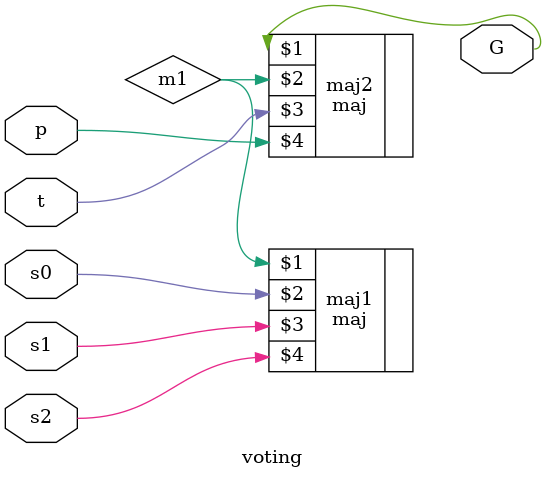
<source format=v>
`timescale 1ns / 1ps
module voting(output G, input s0, s1, s2, t, p);
	wire m1;
	
	maj maj1(m1, s0, s1, s2);
	maj maj2(G, m1, t, p);
endmodule

</source>
